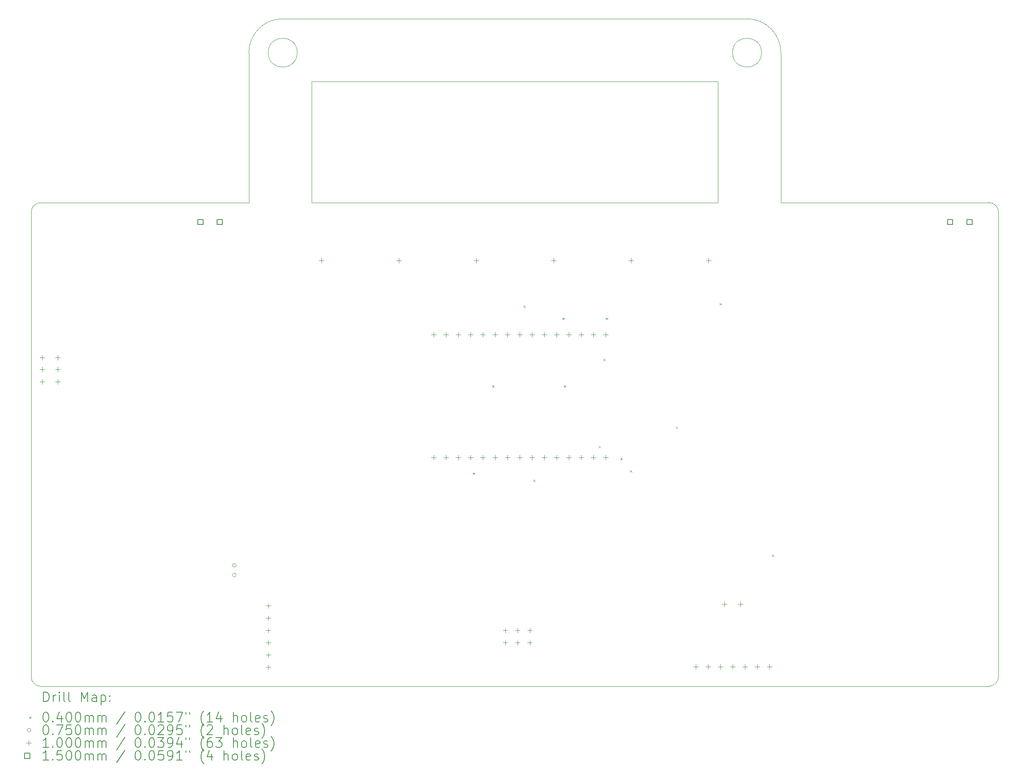
<source format=gbr>
%TF.GenerationSoftware,KiCad,Pcbnew,7.0.9*%
%TF.CreationDate,2024-02-01T20:28:59-08:00*%
%TF.ProjectId,DC32_Cnet_Badge_Main,44433332-5f43-46e6-9574-5f4261646765,rev?*%
%TF.SameCoordinates,Original*%
%TF.FileFunction,Drillmap*%
%TF.FilePolarity,Positive*%
%FSLAX45Y45*%
G04 Gerber Fmt 4.5, Leading zero omitted, Abs format (unit mm)*
G04 Created by KiCad (PCBNEW 7.0.9) date 2024-02-01 20:28:59*
%MOMM*%
%LPD*%
G01*
G04 APERTURE LIST*
%ADD10C,0.100000*%
%ADD11C,0.200000*%
%ADD12C,0.150000*%
G04 APERTURE END LIST*
D10*
X25000000Y-7900000D02*
X25000000Y-15700000D01*
X5000000Y-15700000D02*
G75*
G03*
X5200000Y-15900000I200000J0D01*
G01*
X24800000Y-15900000D02*
X5200000Y-15900000D01*
X20500000Y-2800000D02*
X20500000Y-5900000D01*
X24800000Y-15900000D02*
G75*
G03*
X25000000Y-15700000I0J200000D01*
G01*
X5000000Y-7900000D02*
X5000000Y-15700000D01*
X9500000Y-5900000D02*
X9500000Y-2800000D01*
X20500000Y-2800000D02*
G75*
G03*
X19800000Y-2100000I-700000J0D01*
G01*
X10200000Y-2100000D02*
G75*
G03*
X9500000Y-2800000I0J-700000D01*
G01*
X19200000Y-5900000D02*
X19200000Y-3400000D01*
X5200000Y-5900000D02*
G75*
G03*
X5000000Y-6100000I0J-200000D01*
G01*
X20100000Y-2800000D02*
G75*
G03*
X20100000Y-2800000I-300000J0D01*
G01*
X5000000Y-6100000D02*
X5000000Y-7900000D01*
X10500000Y-2800000D02*
G75*
G03*
X10500000Y-2800000I-300000J0D01*
G01*
X20500000Y-5900000D02*
X24800000Y-5900000D01*
X19800000Y-2100000D02*
X10200000Y-2100000D01*
X25000000Y-6100000D02*
X25000000Y-7900000D01*
X10800000Y-5900000D02*
X10800000Y-3400000D01*
X5200000Y-5900000D02*
X9500000Y-5900000D01*
X10800000Y-3400000D02*
X19200000Y-3400000D01*
X25000000Y-6100000D02*
G75*
G03*
X24800000Y-5900000I-200000J0D01*
G01*
X10800000Y-5900000D02*
X19200000Y-5900000D01*
D11*
D10*
X14130000Y-11480000D02*
X14170000Y-11520000D01*
X14170000Y-11480000D02*
X14130000Y-11520000D01*
X14530000Y-9680000D02*
X14570000Y-9720000D01*
X14570000Y-9680000D02*
X14530000Y-9720000D01*
X15180000Y-8030000D02*
X15220000Y-8070000D01*
X15220000Y-8030000D02*
X15180000Y-8070000D01*
X15380000Y-11630000D02*
X15420000Y-11670000D01*
X15420000Y-11630000D02*
X15380000Y-11670000D01*
X15980000Y-8280000D02*
X16020000Y-8320000D01*
X16020000Y-8280000D02*
X15980000Y-8320000D01*
X16010152Y-9680000D02*
X16050152Y-9720000D01*
X16050152Y-9680000D02*
X16010152Y-9720000D01*
X16730000Y-10930000D02*
X16770000Y-10970000D01*
X16770000Y-10930000D02*
X16730000Y-10970000D01*
X16830000Y-9130000D02*
X16870000Y-9170000D01*
X16870000Y-9130000D02*
X16830000Y-9170000D01*
X16880000Y-8280000D02*
X16920000Y-8320000D01*
X16920000Y-8280000D02*
X16880000Y-8320000D01*
X17180000Y-11180000D02*
X17220000Y-11220000D01*
X17220000Y-11180000D02*
X17180000Y-11220000D01*
X17380000Y-11430000D02*
X17420000Y-11470000D01*
X17420000Y-11430000D02*
X17380000Y-11470000D01*
X18330000Y-10530000D02*
X18370000Y-10570000D01*
X18370000Y-10530000D02*
X18330000Y-10570000D01*
X19230000Y-7980000D02*
X19270000Y-8020000D01*
X19270000Y-7980000D02*
X19230000Y-8020000D01*
X20314900Y-13180000D02*
X20354900Y-13220000D01*
X20354900Y-13180000D02*
X20314900Y-13220000D01*
X9237500Y-13400000D02*
G75*
G03*
X9237500Y-13400000I-37500J0D01*
G01*
X9237500Y-13600000D02*
G75*
G03*
X9237500Y-13600000I-37500J0D01*
G01*
X5230000Y-9050000D02*
X5230000Y-9150000D01*
X5180000Y-9100000D02*
X5280000Y-9100000D01*
X5230000Y-9300000D02*
X5230000Y-9400000D01*
X5180000Y-9350000D02*
X5280000Y-9350000D01*
X5230000Y-9550000D02*
X5230000Y-9650000D01*
X5180000Y-9600000D02*
X5280000Y-9600000D01*
X5550000Y-9050000D02*
X5550000Y-9150000D01*
X5500000Y-9100000D02*
X5600000Y-9100000D01*
X5550000Y-9300000D02*
X5550000Y-9400000D01*
X5500000Y-9350000D02*
X5600000Y-9350000D01*
X5550000Y-9550000D02*
X5550000Y-9650000D01*
X5500000Y-9600000D02*
X5600000Y-9600000D01*
X9900000Y-14188000D02*
X9900000Y-14288000D01*
X9850000Y-14238000D02*
X9950000Y-14238000D01*
X9900000Y-14442000D02*
X9900000Y-14542000D01*
X9850000Y-14492000D02*
X9950000Y-14492000D01*
X9900000Y-14696000D02*
X9900000Y-14796000D01*
X9850000Y-14746000D02*
X9950000Y-14746000D01*
X9900000Y-14950000D02*
X9900000Y-15050000D01*
X9850000Y-15000000D02*
X9950000Y-15000000D01*
X9900000Y-15204000D02*
X9900000Y-15304000D01*
X9850000Y-15254000D02*
X9950000Y-15254000D01*
X9900000Y-15458000D02*
X9900000Y-15558000D01*
X9850000Y-15508000D02*
X9950000Y-15508000D01*
X11000000Y-7050000D02*
X11000000Y-7150000D01*
X10950000Y-7100000D02*
X11050000Y-7100000D01*
X12600000Y-7050000D02*
X12600000Y-7150000D01*
X12550000Y-7100000D02*
X12650000Y-7100000D01*
X13322000Y-8580000D02*
X13322000Y-8680000D01*
X13272000Y-8630000D02*
X13372000Y-8630000D01*
X13322000Y-11120000D02*
X13322000Y-11220000D01*
X13272000Y-11170000D02*
X13372000Y-11170000D01*
X13576000Y-8580000D02*
X13576000Y-8680000D01*
X13526000Y-8630000D02*
X13626000Y-8630000D01*
X13576000Y-11120000D02*
X13576000Y-11220000D01*
X13526000Y-11170000D02*
X13626000Y-11170000D01*
X13830000Y-8580000D02*
X13830000Y-8680000D01*
X13780000Y-8630000D02*
X13880000Y-8630000D01*
X13830000Y-11120000D02*
X13830000Y-11220000D01*
X13780000Y-11170000D02*
X13880000Y-11170000D01*
X14084000Y-8580000D02*
X14084000Y-8680000D01*
X14034000Y-8630000D02*
X14134000Y-8630000D01*
X14084000Y-11120000D02*
X14084000Y-11220000D01*
X14034000Y-11170000D02*
X14134000Y-11170000D01*
X14200000Y-7050000D02*
X14200000Y-7150000D01*
X14150000Y-7100000D02*
X14250000Y-7100000D01*
X14338000Y-8580000D02*
X14338000Y-8680000D01*
X14288000Y-8630000D02*
X14388000Y-8630000D01*
X14338000Y-11120000D02*
X14338000Y-11220000D01*
X14288000Y-11170000D02*
X14388000Y-11170000D01*
X14592000Y-8580000D02*
X14592000Y-8680000D01*
X14542000Y-8630000D02*
X14642000Y-8630000D01*
X14592000Y-11120000D02*
X14592000Y-11220000D01*
X14542000Y-11170000D02*
X14642000Y-11170000D01*
X14800000Y-14696000D02*
X14800000Y-14796000D01*
X14750000Y-14746000D02*
X14850000Y-14746000D01*
X14800000Y-14950000D02*
X14800000Y-15050000D01*
X14750000Y-15000000D02*
X14850000Y-15000000D01*
X14846000Y-8580000D02*
X14846000Y-8680000D01*
X14796000Y-8630000D02*
X14896000Y-8630000D01*
X14846000Y-11120000D02*
X14846000Y-11220000D01*
X14796000Y-11170000D02*
X14896000Y-11170000D01*
X15054000Y-14696000D02*
X15054000Y-14796000D01*
X15004000Y-14746000D02*
X15104000Y-14746000D01*
X15054000Y-14950000D02*
X15054000Y-15050000D01*
X15004000Y-15000000D02*
X15104000Y-15000000D01*
X15100000Y-8580000D02*
X15100000Y-8680000D01*
X15050000Y-8630000D02*
X15150000Y-8630000D01*
X15100000Y-11120000D02*
X15100000Y-11220000D01*
X15050000Y-11170000D02*
X15150000Y-11170000D01*
X15308000Y-14696000D02*
X15308000Y-14796000D01*
X15258000Y-14746000D02*
X15358000Y-14746000D01*
X15308000Y-14950000D02*
X15308000Y-15050000D01*
X15258000Y-15000000D02*
X15358000Y-15000000D01*
X15354000Y-8580000D02*
X15354000Y-8680000D01*
X15304000Y-8630000D02*
X15404000Y-8630000D01*
X15354000Y-11120000D02*
X15354000Y-11220000D01*
X15304000Y-11170000D02*
X15404000Y-11170000D01*
X15608000Y-8580000D02*
X15608000Y-8680000D01*
X15558000Y-8630000D02*
X15658000Y-8630000D01*
X15608000Y-11120000D02*
X15608000Y-11220000D01*
X15558000Y-11170000D02*
X15658000Y-11170000D01*
X15800000Y-7050000D02*
X15800000Y-7150000D01*
X15750000Y-7100000D02*
X15850000Y-7100000D01*
X15862000Y-8580000D02*
X15862000Y-8680000D01*
X15812000Y-8630000D02*
X15912000Y-8630000D01*
X15862000Y-11120000D02*
X15862000Y-11220000D01*
X15812000Y-11170000D02*
X15912000Y-11170000D01*
X16116000Y-8580000D02*
X16116000Y-8680000D01*
X16066000Y-8630000D02*
X16166000Y-8630000D01*
X16116000Y-11120000D02*
X16116000Y-11220000D01*
X16066000Y-11170000D02*
X16166000Y-11170000D01*
X16370000Y-8580000D02*
X16370000Y-8680000D01*
X16320000Y-8630000D02*
X16420000Y-8630000D01*
X16370000Y-11120000D02*
X16370000Y-11220000D01*
X16320000Y-11170000D02*
X16420000Y-11170000D01*
X16624000Y-8580000D02*
X16624000Y-8680000D01*
X16574000Y-8630000D02*
X16674000Y-8630000D01*
X16624000Y-11120000D02*
X16624000Y-11220000D01*
X16574000Y-11170000D02*
X16674000Y-11170000D01*
X16878000Y-8580000D02*
X16878000Y-8680000D01*
X16828000Y-8630000D02*
X16928000Y-8630000D01*
X16878000Y-11120000D02*
X16878000Y-11220000D01*
X16828000Y-11170000D02*
X16928000Y-11170000D01*
X17400000Y-7050000D02*
X17400000Y-7150000D01*
X17350000Y-7100000D02*
X17450000Y-7100000D01*
X18738000Y-15448500D02*
X18738000Y-15548500D01*
X18688000Y-15498500D02*
X18788000Y-15498500D01*
X18992000Y-15448500D02*
X18992000Y-15548500D01*
X18942000Y-15498500D02*
X19042000Y-15498500D01*
X19000000Y-7050000D02*
X19000000Y-7150000D01*
X18950000Y-7100000D02*
X19050000Y-7100000D01*
X19246000Y-15448500D02*
X19246000Y-15548500D01*
X19196000Y-15498500D02*
X19296000Y-15498500D01*
X19334900Y-14150000D02*
X19334900Y-14250000D01*
X19284900Y-14200000D02*
X19384900Y-14200000D01*
X19500000Y-15448500D02*
X19500000Y-15548500D01*
X19450000Y-15498500D02*
X19550000Y-15498500D01*
X19665100Y-14150000D02*
X19665100Y-14250000D01*
X19615100Y-14200000D02*
X19715100Y-14200000D01*
X19754000Y-15448500D02*
X19754000Y-15548500D01*
X19704000Y-15498500D02*
X19804000Y-15498500D01*
X20008000Y-15448500D02*
X20008000Y-15548500D01*
X19958000Y-15498500D02*
X20058000Y-15498500D01*
X20262000Y-15448500D02*
X20262000Y-15548500D01*
X20212000Y-15498500D02*
X20312000Y-15498500D01*
D12*
X8553034Y-6353033D02*
X8553034Y-6246966D01*
X8446967Y-6246966D01*
X8446967Y-6353033D01*
X8553034Y-6353033D01*
X8953034Y-6353033D02*
X8953034Y-6246966D01*
X8846967Y-6246966D01*
X8846967Y-6353033D01*
X8953034Y-6353033D01*
X24053033Y-6353033D02*
X24053033Y-6246966D01*
X23946966Y-6246966D01*
X23946966Y-6353033D01*
X24053033Y-6353033D01*
X24453033Y-6353033D02*
X24453033Y-6246966D01*
X24346966Y-6246966D01*
X24346966Y-6353033D01*
X24453033Y-6353033D01*
D11*
X5255777Y-16216484D02*
X5255777Y-16016484D01*
X5255777Y-16016484D02*
X5303396Y-16016484D01*
X5303396Y-16016484D02*
X5331967Y-16026008D01*
X5331967Y-16026008D02*
X5351015Y-16045055D01*
X5351015Y-16045055D02*
X5360539Y-16064103D01*
X5360539Y-16064103D02*
X5370063Y-16102198D01*
X5370063Y-16102198D02*
X5370063Y-16130769D01*
X5370063Y-16130769D02*
X5360539Y-16168865D01*
X5360539Y-16168865D02*
X5351015Y-16187912D01*
X5351015Y-16187912D02*
X5331967Y-16206960D01*
X5331967Y-16206960D02*
X5303396Y-16216484D01*
X5303396Y-16216484D02*
X5255777Y-16216484D01*
X5455777Y-16216484D02*
X5455777Y-16083150D01*
X5455777Y-16121246D02*
X5465301Y-16102198D01*
X5465301Y-16102198D02*
X5474824Y-16092674D01*
X5474824Y-16092674D02*
X5493872Y-16083150D01*
X5493872Y-16083150D02*
X5512920Y-16083150D01*
X5579586Y-16216484D02*
X5579586Y-16083150D01*
X5579586Y-16016484D02*
X5570063Y-16026008D01*
X5570063Y-16026008D02*
X5579586Y-16035531D01*
X5579586Y-16035531D02*
X5589110Y-16026008D01*
X5589110Y-16026008D02*
X5579586Y-16016484D01*
X5579586Y-16016484D02*
X5579586Y-16035531D01*
X5703396Y-16216484D02*
X5684348Y-16206960D01*
X5684348Y-16206960D02*
X5674824Y-16187912D01*
X5674824Y-16187912D02*
X5674824Y-16016484D01*
X5808158Y-16216484D02*
X5789110Y-16206960D01*
X5789110Y-16206960D02*
X5779586Y-16187912D01*
X5779586Y-16187912D02*
X5779586Y-16016484D01*
X6036729Y-16216484D02*
X6036729Y-16016484D01*
X6036729Y-16016484D02*
X6103396Y-16159341D01*
X6103396Y-16159341D02*
X6170062Y-16016484D01*
X6170062Y-16016484D02*
X6170062Y-16216484D01*
X6351015Y-16216484D02*
X6351015Y-16111722D01*
X6351015Y-16111722D02*
X6341491Y-16092674D01*
X6341491Y-16092674D02*
X6322443Y-16083150D01*
X6322443Y-16083150D02*
X6284348Y-16083150D01*
X6284348Y-16083150D02*
X6265301Y-16092674D01*
X6351015Y-16206960D02*
X6331967Y-16216484D01*
X6331967Y-16216484D02*
X6284348Y-16216484D01*
X6284348Y-16216484D02*
X6265301Y-16206960D01*
X6265301Y-16206960D02*
X6255777Y-16187912D01*
X6255777Y-16187912D02*
X6255777Y-16168865D01*
X6255777Y-16168865D02*
X6265301Y-16149817D01*
X6265301Y-16149817D02*
X6284348Y-16140293D01*
X6284348Y-16140293D02*
X6331967Y-16140293D01*
X6331967Y-16140293D02*
X6351015Y-16130769D01*
X6446253Y-16083150D02*
X6446253Y-16283150D01*
X6446253Y-16092674D02*
X6465301Y-16083150D01*
X6465301Y-16083150D02*
X6503396Y-16083150D01*
X6503396Y-16083150D02*
X6522443Y-16092674D01*
X6522443Y-16092674D02*
X6531967Y-16102198D01*
X6531967Y-16102198D02*
X6541491Y-16121246D01*
X6541491Y-16121246D02*
X6541491Y-16178388D01*
X6541491Y-16178388D02*
X6531967Y-16197436D01*
X6531967Y-16197436D02*
X6522443Y-16206960D01*
X6522443Y-16206960D02*
X6503396Y-16216484D01*
X6503396Y-16216484D02*
X6465301Y-16216484D01*
X6465301Y-16216484D02*
X6446253Y-16206960D01*
X6627205Y-16197436D02*
X6636729Y-16206960D01*
X6636729Y-16206960D02*
X6627205Y-16216484D01*
X6627205Y-16216484D02*
X6617682Y-16206960D01*
X6617682Y-16206960D02*
X6627205Y-16197436D01*
X6627205Y-16197436D02*
X6627205Y-16216484D01*
X6627205Y-16092674D02*
X6636729Y-16102198D01*
X6636729Y-16102198D02*
X6627205Y-16111722D01*
X6627205Y-16111722D02*
X6617682Y-16102198D01*
X6617682Y-16102198D02*
X6627205Y-16092674D01*
X6627205Y-16092674D02*
X6627205Y-16111722D01*
D10*
X4955000Y-16525000D02*
X4995000Y-16565000D01*
X4995000Y-16525000D02*
X4955000Y-16565000D01*
D11*
X5293872Y-16436484D02*
X5312920Y-16436484D01*
X5312920Y-16436484D02*
X5331967Y-16446008D01*
X5331967Y-16446008D02*
X5341491Y-16455531D01*
X5341491Y-16455531D02*
X5351015Y-16474579D01*
X5351015Y-16474579D02*
X5360539Y-16512674D01*
X5360539Y-16512674D02*
X5360539Y-16560293D01*
X5360539Y-16560293D02*
X5351015Y-16598388D01*
X5351015Y-16598388D02*
X5341491Y-16617436D01*
X5341491Y-16617436D02*
X5331967Y-16626960D01*
X5331967Y-16626960D02*
X5312920Y-16636484D01*
X5312920Y-16636484D02*
X5293872Y-16636484D01*
X5293872Y-16636484D02*
X5274824Y-16626960D01*
X5274824Y-16626960D02*
X5265301Y-16617436D01*
X5265301Y-16617436D02*
X5255777Y-16598388D01*
X5255777Y-16598388D02*
X5246253Y-16560293D01*
X5246253Y-16560293D02*
X5246253Y-16512674D01*
X5246253Y-16512674D02*
X5255777Y-16474579D01*
X5255777Y-16474579D02*
X5265301Y-16455531D01*
X5265301Y-16455531D02*
X5274824Y-16446008D01*
X5274824Y-16446008D02*
X5293872Y-16436484D01*
X5446253Y-16617436D02*
X5455777Y-16626960D01*
X5455777Y-16626960D02*
X5446253Y-16636484D01*
X5446253Y-16636484D02*
X5436729Y-16626960D01*
X5436729Y-16626960D02*
X5446253Y-16617436D01*
X5446253Y-16617436D02*
X5446253Y-16636484D01*
X5627205Y-16503150D02*
X5627205Y-16636484D01*
X5579586Y-16426960D02*
X5531967Y-16569817D01*
X5531967Y-16569817D02*
X5655777Y-16569817D01*
X5770062Y-16436484D02*
X5789110Y-16436484D01*
X5789110Y-16436484D02*
X5808158Y-16446008D01*
X5808158Y-16446008D02*
X5817682Y-16455531D01*
X5817682Y-16455531D02*
X5827205Y-16474579D01*
X5827205Y-16474579D02*
X5836729Y-16512674D01*
X5836729Y-16512674D02*
X5836729Y-16560293D01*
X5836729Y-16560293D02*
X5827205Y-16598388D01*
X5827205Y-16598388D02*
X5817682Y-16617436D01*
X5817682Y-16617436D02*
X5808158Y-16626960D01*
X5808158Y-16626960D02*
X5789110Y-16636484D01*
X5789110Y-16636484D02*
X5770062Y-16636484D01*
X5770062Y-16636484D02*
X5751015Y-16626960D01*
X5751015Y-16626960D02*
X5741491Y-16617436D01*
X5741491Y-16617436D02*
X5731967Y-16598388D01*
X5731967Y-16598388D02*
X5722443Y-16560293D01*
X5722443Y-16560293D02*
X5722443Y-16512674D01*
X5722443Y-16512674D02*
X5731967Y-16474579D01*
X5731967Y-16474579D02*
X5741491Y-16455531D01*
X5741491Y-16455531D02*
X5751015Y-16446008D01*
X5751015Y-16446008D02*
X5770062Y-16436484D01*
X5960539Y-16436484D02*
X5979586Y-16436484D01*
X5979586Y-16436484D02*
X5998634Y-16446008D01*
X5998634Y-16446008D02*
X6008158Y-16455531D01*
X6008158Y-16455531D02*
X6017682Y-16474579D01*
X6017682Y-16474579D02*
X6027205Y-16512674D01*
X6027205Y-16512674D02*
X6027205Y-16560293D01*
X6027205Y-16560293D02*
X6017682Y-16598388D01*
X6017682Y-16598388D02*
X6008158Y-16617436D01*
X6008158Y-16617436D02*
X5998634Y-16626960D01*
X5998634Y-16626960D02*
X5979586Y-16636484D01*
X5979586Y-16636484D02*
X5960539Y-16636484D01*
X5960539Y-16636484D02*
X5941491Y-16626960D01*
X5941491Y-16626960D02*
X5931967Y-16617436D01*
X5931967Y-16617436D02*
X5922443Y-16598388D01*
X5922443Y-16598388D02*
X5912920Y-16560293D01*
X5912920Y-16560293D02*
X5912920Y-16512674D01*
X5912920Y-16512674D02*
X5922443Y-16474579D01*
X5922443Y-16474579D02*
X5931967Y-16455531D01*
X5931967Y-16455531D02*
X5941491Y-16446008D01*
X5941491Y-16446008D02*
X5960539Y-16436484D01*
X6112920Y-16636484D02*
X6112920Y-16503150D01*
X6112920Y-16522198D02*
X6122443Y-16512674D01*
X6122443Y-16512674D02*
X6141491Y-16503150D01*
X6141491Y-16503150D02*
X6170063Y-16503150D01*
X6170063Y-16503150D02*
X6189110Y-16512674D01*
X6189110Y-16512674D02*
X6198634Y-16531722D01*
X6198634Y-16531722D02*
X6198634Y-16636484D01*
X6198634Y-16531722D02*
X6208158Y-16512674D01*
X6208158Y-16512674D02*
X6227205Y-16503150D01*
X6227205Y-16503150D02*
X6255777Y-16503150D01*
X6255777Y-16503150D02*
X6274824Y-16512674D01*
X6274824Y-16512674D02*
X6284348Y-16531722D01*
X6284348Y-16531722D02*
X6284348Y-16636484D01*
X6379586Y-16636484D02*
X6379586Y-16503150D01*
X6379586Y-16522198D02*
X6389110Y-16512674D01*
X6389110Y-16512674D02*
X6408158Y-16503150D01*
X6408158Y-16503150D02*
X6436729Y-16503150D01*
X6436729Y-16503150D02*
X6455777Y-16512674D01*
X6455777Y-16512674D02*
X6465301Y-16531722D01*
X6465301Y-16531722D02*
X6465301Y-16636484D01*
X6465301Y-16531722D02*
X6474824Y-16512674D01*
X6474824Y-16512674D02*
X6493872Y-16503150D01*
X6493872Y-16503150D02*
X6522443Y-16503150D01*
X6522443Y-16503150D02*
X6541491Y-16512674D01*
X6541491Y-16512674D02*
X6551015Y-16531722D01*
X6551015Y-16531722D02*
X6551015Y-16636484D01*
X6941491Y-16426960D02*
X6770063Y-16684103D01*
X7198634Y-16436484D02*
X7217682Y-16436484D01*
X7217682Y-16436484D02*
X7236729Y-16446008D01*
X7236729Y-16446008D02*
X7246253Y-16455531D01*
X7246253Y-16455531D02*
X7255777Y-16474579D01*
X7255777Y-16474579D02*
X7265301Y-16512674D01*
X7265301Y-16512674D02*
X7265301Y-16560293D01*
X7265301Y-16560293D02*
X7255777Y-16598388D01*
X7255777Y-16598388D02*
X7246253Y-16617436D01*
X7246253Y-16617436D02*
X7236729Y-16626960D01*
X7236729Y-16626960D02*
X7217682Y-16636484D01*
X7217682Y-16636484D02*
X7198634Y-16636484D01*
X7198634Y-16636484D02*
X7179586Y-16626960D01*
X7179586Y-16626960D02*
X7170063Y-16617436D01*
X7170063Y-16617436D02*
X7160539Y-16598388D01*
X7160539Y-16598388D02*
X7151015Y-16560293D01*
X7151015Y-16560293D02*
X7151015Y-16512674D01*
X7151015Y-16512674D02*
X7160539Y-16474579D01*
X7160539Y-16474579D02*
X7170063Y-16455531D01*
X7170063Y-16455531D02*
X7179586Y-16446008D01*
X7179586Y-16446008D02*
X7198634Y-16436484D01*
X7351015Y-16617436D02*
X7360539Y-16626960D01*
X7360539Y-16626960D02*
X7351015Y-16636484D01*
X7351015Y-16636484D02*
X7341491Y-16626960D01*
X7341491Y-16626960D02*
X7351015Y-16617436D01*
X7351015Y-16617436D02*
X7351015Y-16636484D01*
X7484348Y-16436484D02*
X7503396Y-16436484D01*
X7503396Y-16436484D02*
X7522444Y-16446008D01*
X7522444Y-16446008D02*
X7531967Y-16455531D01*
X7531967Y-16455531D02*
X7541491Y-16474579D01*
X7541491Y-16474579D02*
X7551015Y-16512674D01*
X7551015Y-16512674D02*
X7551015Y-16560293D01*
X7551015Y-16560293D02*
X7541491Y-16598388D01*
X7541491Y-16598388D02*
X7531967Y-16617436D01*
X7531967Y-16617436D02*
X7522444Y-16626960D01*
X7522444Y-16626960D02*
X7503396Y-16636484D01*
X7503396Y-16636484D02*
X7484348Y-16636484D01*
X7484348Y-16636484D02*
X7465301Y-16626960D01*
X7465301Y-16626960D02*
X7455777Y-16617436D01*
X7455777Y-16617436D02*
X7446253Y-16598388D01*
X7446253Y-16598388D02*
X7436729Y-16560293D01*
X7436729Y-16560293D02*
X7436729Y-16512674D01*
X7436729Y-16512674D02*
X7446253Y-16474579D01*
X7446253Y-16474579D02*
X7455777Y-16455531D01*
X7455777Y-16455531D02*
X7465301Y-16446008D01*
X7465301Y-16446008D02*
X7484348Y-16436484D01*
X7741491Y-16636484D02*
X7627206Y-16636484D01*
X7684348Y-16636484D02*
X7684348Y-16436484D01*
X7684348Y-16436484D02*
X7665301Y-16465055D01*
X7665301Y-16465055D02*
X7646253Y-16484103D01*
X7646253Y-16484103D02*
X7627206Y-16493627D01*
X7922444Y-16436484D02*
X7827206Y-16436484D01*
X7827206Y-16436484D02*
X7817682Y-16531722D01*
X7817682Y-16531722D02*
X7827206Y-16522198D01*
X7827206Y-16522198D02*
X7846253Y-16512674D01*
X7846253Y-16512674D02*
X7893872Y-16512674D01*
X7893872Y-16512674D02*
X7912920Y-16522198D01*
X7912920Y-16522198D02*
X7922444Y-16531722D01*
X7922444Y-16531722D02*
X7931967Y-16550769D01*
X7931967Y-16550769D02*
X7931967Y-16598388D01*
X7931967Y-16598388D02*
X7922444Y-16617436D01*
X7922444Y-16617436D02*
X7912920Y-16626960D01*
X7912920Y-16626960D02*
X7893872Y-16636484D01*
X7893872Y-16636484D02*
X7846253Y-16636484D01*
X7846253Y-16636484D02*
X7827206Y-16626960D01*
X7827206Y-16626960D02*
X7817682Y-16617436D01*
X7998634Y-16436484D02*
X8131967Y-16436484D01*
X8131967Y-16436484D02*
X8046253Y-16636484D01*
X8198634Y-16436484D02*
X8198634Y-16474579D01*
X8274825Y-16436484D02*
X8274825Y-16474579D01*
X8570063Y-16712674D02*
X8560539Y-16703150D01*
X8560539Y-16703150D02*
X8541491Y-16674579D01*
X8541491Y-16674579D02*
X8531968Y-16655531D01*
X8531968Y-16655531D02*
X8522444Y-16626960D01*
X8522444Y-16626960D02*
X8512920Y-16579341D01*
X8512920Y-16579341D02*
X8512920Y-16541246D01*
X8512920Y-16541246D02*
X8522444Y-16493627D01*
X8522444Y-16493627D02*
X8531968Y-16465055D01*
X8531968Y-16465055D02*
X8541491Y-16446008D01*
X8541491Y-16446008D02*
X8560539Y-16417436D01*
X8560539Y-16417436D02*
X8570063Y-16407912D01*
X8751015Y-16636484D02*
X8636730Y-16636484D01*
X8693872Y-16636484D02*
X8693872Y-16436484D01*
X8693872Y-16436484D02*
X8674825Y-16465055D01*
X8674825Y-16465055D02*
X8655777Y-16484103D01*
X8655777Y-16484103D02*
X8636730Y-16493627D01*
X8922444Y-16503150D02*
X8922444Y-16636484D01*
X8874825Y-16426960D02*
X8827206Y-16569817D01*
X8827206Y-16569817D02*
X8951015Y-16569817D01*
X9179587Y-16636484D02*
X9179587Y-16436484D01*
X9265301Y-16636484D02*
X9265301Y-16531722D01*
X9265301Y-16531722D02*
X9255777Y-16512674D01*
X9255777Y-16512674D02*
X9236730Y-16503150D01*
X9236730Y-16503150D02*
X9208158Y-16503150D01*
X9208158Y-16503150D02*
X9189111Y-16512674D01*
X9189111Y-16512674D02*
X9179587Y-16522198D01*
X9389111Y-16636484D02*
X9370063Y-16626960D01*
X9370063Y-16626960D02*
X9360539Y-16617436D01*
X9360539Y-16617436D02*
X9351015Y-16598388D01*
X9351015Y-16598388D02*
X9351015Y-16541246D01*
X9351015Y-16541246D02*
X9360539Y-16522198D01*
X9360539Y-16522198D02*
X9370063Y-16512674D01*
X9370063Y-16512674D02*
X9389111Y-16503150D01*
X9389111Y-16503150D02*
X9417682Y-16503150D01*
X9417682Y-16503150D02*
X9436730Y-16512674D01*
X9436730Y-16512674D02*
X9446253Y-16522198D01*
X9446253Y-16522198D02*
X9455777Y-16541246D01*
X9455777Y-16541246D02*
X9455777Y-16598388D01*
X9455777Y-16598388D02*
X9446253Y-16617436D01*
X9446253Y-16617436D02*
X9436730Y-16626960D01*
X9436730Y-16626960D02*
X9417682Y-16636484D01*
X9417682Y-16636484D02*
X9389111Y-16636484D01*
X9570063Y-16636484D02*
X9551015Y-16626960D01*
X9551015Y-16626960D02*
X9541492Y-16607912D01*
X9541492Y-16607912D02*
X9541492Y-16436484D01*
X9722444Y-16626960D02*
X9703396Y-16636484D01*
X9703396Y-16636484D02*
X9665301Y-16636484D01*
X9665301Y-16636484D02*
X9646253Y-16626960D01*
X9646253Y-16626960D02*
X9636730Y-16607912D01*
X9636730Y-16607912D02*
X9636730Y-16531722D01*
X9636730Y-16531722D02*
X9646253Y-16512674D01*
X9646253Y-16512674D02*
X9665301Y-16503150D01*
X9665301Y-16503150D02*
X9703396Y-16503150D01*
X9703396Y-16503150D02*
X9722444Y-16512674D01*
X9722444Y-16512674D02*
X9731968Y-16531722D01*
X9731968Y-16531722D02*
X9731968Y-16550769D01*
X9731968Y-16550769D02*
X9636730Y-16569817D01*
X9808158Y-16626960D02*
X9827206Y-16636484D01*
X9827206Y-16636484D02*
X9865301Y-16636484D01*
X9865301Y-16636484D02*
X9884349Y-16626960D01*
X9884349Y-16626960D02*
X9893873Y-16607912D01*
X9893873Y-16607912D02*
X9893873Y-16598388D01*
X9893873Y-16598388D02*
X9884349Y-16579341D01*
X9884349Y-16579341D02*
X9865301Y-16569817D01*
X9865301Y-16569817D02*
X9836730Y-16569817D01*
X9836730Y-16569817D02*
X9817682Y-16560293D01*
X9817682Y-16560293D02*
X9808158Y-16541246D01*
X9808158Y-16541246D02*
X9808158Y-16531722D01*
X9808158Y-16531722D02*
X9817682Y-16512674D01*
X9817682Y-16512674D02*
X9836730Y-16503150D01*
X9836730Y-16503150D02*
X9865301Y-16503150D01*
X9865301Y-16503150D02*
X9884349Y-16512674D01*
X9960539Y-16712674D02*
X9970063Y-16703150D01*
X9970063Y-16703150D02*
X9989111Y-16674579D01*
X9989111Y-16674579D02*
X9998634Y-16655531D01*
X9998634Y-16655531D02*
X10008158Y-16626960D01*
X10008158Y-16626960D02*
X10017682Y-16579341D01*
X10017682Y-16579341D02*
X10017682Y-16541246D01*
X10017682Y-16541246D02*
X10008158Y-16493627D01*
X10008158Y-16493627D02*
X9998634Y-16465055D01*
X9998634Y-16465055D02*
X9989111Y-16446008D01*
X9989111Y-16446008D02*
X9970063Y-16417436D01*
X9970063Y-16417436D02*
X9960539Y-16407912D01*
D10*
X4995000Y-16809000D02*
G75*
G03*
X4995000Y-16809000I-37500J0D01*
G01*
D11*
X5293872Y-16700484D02*
X5312920Y-16700484D01*
X5312920Y-16700484D02*
X5331967Y-16710008D01*
X5331967Y-16710008D02*
X5341491Y-16719531D01*
X5341491Y-16719531D02*
X5351015Y-16738579D01*
X5351015Y-16738579D02*
X5360539Y-16776674D01*
X5360539Y-16776674D02*
X5360539Y-16824293D01*
X5360539Y-16824293D02*
X5351015Y-16862389D01*
X5351015Y-16862389D02*
X5341491Y-16881436D01*
X5341491Y-16881436D02*
X5331967Y-16890960D01*
X5331967Y-16890960D02*
X5312920Y-16900484D01*
X5312920Y-16900484D02*
X5293872Y-16900484D01*
X5293872Y-16900484D02*
X5274824Y-16890960D01*
X5274824Y-16890960D02*
X5265301Y-16881436D01*
X5265301Y-16881436D02*
X5255777Y-16862389D01*
X5255777Y-16862389D02*
X5246253Y-16824293D01*
X5246253Y-16824293D02*
X5246253Y-16776674D01*
X5246253Y-16776674D02*
X5255777Y-16738579D01*
X5255777Y-16738579D02*
X5265301Y-16719531D01*
X5265301Y-16719531D02*
X5274824Y-16710008D01*
X5274824Y-16710008D02*
X5293872Y-16700484D01*
X5446253Y-16881436D02*
X5455777Y-16890960D01*
X5455777Y-16890960D02*
X5446253Y-16900484D01*
X5446253Y-16900484D02*
X5436729Y-16890960D01*
X5436729Y-16890960D02*
X5446253Y-16881436D01*
X5446253Y-16881436D02*
X5446253Y-16900484D01*
X5522444Y-16700484D02*
X5655777Y-16700484D01*
X5655777Y-16700484D02*
X5570063Y-16900484D01*
X5827205Y-16700484D02*
X5731967Y-16700484D01*
X5731967Y-16700484D02*
X5722443Y-16795722D01*
X5722443Y-16795722D02*
X5731967Y-16786198D01*
X5731967Y-16786198D02*
X5751015Y-16776674D01*
X5751015Y-16776674D02*
X5798634Y-16776674D01*
X5798634Y-16776674D02*
X5817682Y-16786198D01*
X5817682Y-16786198D02*
X5827205Y-16795722D01*
X5827205Y-16795722D02*
X5836729Y-16814770D01*
X5836729Y-16814770D02*
X5836729Y-16862389D01*
X5836729Y-16862389D02*
X5827205Y-16881436D01*
X5827205Y-16881436D02*
X5817682Y-16890960D01*
X5817682Y-16890960D02*
X5798634Y-16900484D01*
X5798634Y-16900484D02*
X5751015Y-16900484D01*
X5751015Y-16900484D02*
X5731967Y-16890960D01*
X5731967Y-16890960D02*
X5722443Y-16881436D01*
X5960539Y-16700484D02*
X5979586Y-16700484D01*
X5979586Y-16700484D02*
X5998634Y-16710008D01*
X5998634Y-16710008D02*
X6008158Y-16719531D01*
X6008158Y-16719531D02*
X6017682Y-16738579D01*
X6017682Y-16738579D02*
X6027205Y-16776674D01*
X6027205Y-16776674D02*
X6027205Y-16824293D01*
X6027205Y-16824293D02*
X6017682Y-16862389D01*
X6017682Y-16862389D02*
X6008158Y-16881436D01*
X6008158Y-16881436D02*
X5998634Y-16890960D01*
X5998634Y-16890960D02*
X5979586Y-16900484D01*
X5979586Y-16900484D02*
X5960539Y-16900484D01*
X5960539Y-16900484D02*
X5941491Y-16890960D01*
X5941491Y-16890960D02*
X5931967Y-16881436D01*
X5931967Y-16881436D02*
X5922443Y-16862389D01*
X5922443Y-16862389D02*
X5912920Y-16824293D01*
X5912920Y-16824293D02*
X5912920Y-16776674D01*
X5912920Y-16776674D02*
X5922443Y-16738579D01*
X5922443Y-16738579D02*
X5931967Y-16719531D01*
X5931967Y-16719531D02*
X5941491Y-16710008D01*
X5941491Y-16710008D02*
X5960539Y-16700484D01*
X6112920Y-16900484D02*
X6112920Y-16767150D01*
X6112920Y-16786198D02*
X6122443Y-16776674D01*
X6122443Y-16776674D02*
X6141491Y-16767150D01*
X6141491Y-16767150D02*
X6170063Y-16767150D01*
X6170063Y-16767150D02*
X6189110Y-16776674D01*
X6189110Y-16776674D02*
X6198634Y-16795722D01*
X6198634Y-16795722D02*
X6198634Y-16900484D01*
X6198634Y-16795722D02*
X6208158Y-16776674D01*
X6208158Y-16776674D02*
X6227205Y-16767150D01*
X6227205Y-16767150D02*
X6255777Y-16767150D01*
X6255777Y-16767150D02*
X6274824Y-16776674D01*
X6274824Y-16776674D02*
X6284348Y-16795722D01*
X6284348Y-16795722D02*
X6284348Y-16900484D01*
X6379586Y-16900484D02*
X6379586Y-16767150D01*
X6379586Y-16786198D02*
X6389110Y-16776674D01*
X6389110Y-16776674D02*
X6408158Y-16767150D01*
X6408158Y-16767150D02*
X6436729Y-16767150D01*
X6436729Y-16767150D02*
X6455777Y-16776674D01*
X6455777Y-16776674D02*
X6465301Y-16795722D01*
X6465301Y-16795722D02*
X6465301Y-16900484D01*
X6465301Y-16795722D02*
X6474824Y-16776674D01*
X6474824Y-16776674D02*
X6493872Y-16767150D01*
X6493872Y-16767150D02*
X6522443Y-16767150D01*
X6522443Y-16767150D02*
X6541491Y-16776674D01*
X6541491Y-16776674D02*
X6551015Y-16795722D01*
X6551015Y-16795722D02*
X6551015Y-16900484D01*
X6941491Y-16690960D02*
X6770063Y-16948103D01*
X7198634Y-16700484D02*
X7217682Y-16700484D01*
X7217682Y-16700484D02*
X7236729Y-16710008D01*
X7236729Y-16710008D02*
X7246253Y-16719531D01*
X7246253Y-16719531D02*
X7255777Y-16738579D01*
X7255777Y-16738579D02*
X7265301Y-16776674D01*
X7265301Y-16776674D02*
X7265301Y-16824293D01*
X7265301Y-16824293D02*
X7255777Y-16862389D01*
X7255777Y-16862389D02*
X7246253Y-16881436D01*
X7246253Y-16881436D02*
X7236729Y-16890960D01*
X7236729Y-16890960D02*
X7217682Y-16900484D01*
X7217682Y-16900484D02*
X7198634Y-16900484D01*
X7198634Y-16900484D02*
X7179586Y-16890960D01*
X7179586Y-16890960D02*
X7170063Y-16881436D01*
X7170063Y-16881436D02*
X7160539Y-16862389D01*
X7160539Y-16862389D02*
X7151015Y-16824293D01*
X7151015Y-16824293D02*
X7151015Y-16776674D01*
X7151015Y-16776674D02*
X7160539Y-16738579D01*
X7160539Y-16738579D02*
X7170063Y-16719531D01*
X7170063Y-16719531D02*
X7179586Y-16710008D01*
X7179586Y-16710008D02*
X7198634Y-16700484D01*
X7351015Y-16881436D02*
X7360539Y-16890960D01*
X7360539Y-16890960D02*
X7351015Y-16900484D01*
X7351015Y-16900484D02*
X7341491Y-16890960D01*
X7341491Y-16890960D02*
X7351015Y-16881436D01*
X7351015Y-16881436D02*
X7351015Y-16900484D01*
X7484348Y-16700484D02*
X7503396Y-16700484D01*
X7503396Y-16700484D02*
X7522444Y-16710008D01*
X7522444Y-16710008D02*
X7531967Y-16719531D01*
X7531967Y-16719531D02*
X7541491Y-16738579D01*
X7541491Y-16738579D02*
X7551015Y-16776674D01*
X7551015Y-16776674D02*
X7551015Y-16824293D01*
X7551015Y-16824293D02*
X7541491Y-16862389D01*
X7541491Y-16862389D02*
X7531967Y-16881436D01*
X7531967Y-16881436D02*
X7522444Y-16890960D01*
X7522444Y-16890960D02*
X7503396Y-16900484D01*
X7503396Y-16900484D02*
X7484348Y-16900484D01*
X7484348Y-16900484D02*
X7465301Y-16890960D01*
X7465301Y-16890960D02*
X7455777Y-16881436D01*
X7455777Y-16881436D02*
X7446253Y-16862389D01*
X7446253Y-16862389D02*
X7436729Y-16824293D01*
X7436729Y-16824293D02*
X7436729Y-16776674D01*
X7436729Y-16776674D02*
X7446253Y-16738579D01*
X7446253Y-16738579D02*
X7455777Y-16719531D01*
X7455777Y-16719531D02*
X7465301Y-16710008D01*
X7465301Y-16710008D02*
X7484348Y-16700484D01*
X7627206Y-16719531D02*
X7636729Y-16710008D01*
X7636729Y-16710008D02*
X7655777Y-16700484D01*
X7655777Y-16700484D02*
X7703396Y-16700484D01*
X7703396Y-16700484D02*
X7722444Y-16710008D01*
X7722444Y-16710008D02*
X7731967Y-16719531D01*
X7731967Y-16719531D02*
X7741491Y-16738579D01*
X7741491Y-16738579D02*
X7741491Y-16757627D01*
X7741491Y-16757627D02*
X7731967Y-16786198D01*
X7731967Y-16786198D02*
X7617682Y-16900484D01*
X7617682Y-16900484D02*
X7741491Y-16900484D01*
X7836729Y-16900484D02*
X7874825Y-16900484D01*
X7874825Y-16900484D02*
X7893872Y-16890960D01*
X7893872Y-16890960D02*
X7903396Y-16881436D01*
X7903396Y-16881436D02*
X7922444Y-16852865D01*
X7922444Y-16852865D02*
X7931967Y-16814770D01*
X7931967Y-16814770D02*
X7931967Y-16738579D01*
X7931967Y-16738579D02*
X7922444Y-16719531D01*
X7922444Y-16719531D02*
X7912920Y-16710008D01*
X7912920Y-16710008D02*
X7893872Y-16700484D01*
X7893872Y-16700484D02*
X7855777Y-16700484D01*
X7855777Y-16700484D02*
X7836729Y-16710008D01*
X7836729Y-16710008D02*
X7827206Y-16719531D01*
X7827206Y-16719531D02*
X7817682Y-16738579D01*
X7817682Y-16738579D02*
X7817682Y-16786198D01*
X7817682Y-16786198D02*
X7827206Y-16805246D01*
X7827206Y-16805246D02*
X7836729Y-16814770D01*
X7836729Y-16814770D02*
X7855777Y-16824293D01*
X7855777Y-16824293D02*
X7893872Y-16824293D01*
X7893872Y-16824293D02*
X7912920Y-16814770D01*
X7912920Y-16814770D02*
X7922444Y-16805246D01*
X7922444Y-16805246D02*
X7931967Y-16786198D01*
X8112920Y-16700484D02*
X8017682Y-16700484D01*
X8017682Y-16700484D02*
X8008158Y-16795722D01*
X8008158Y-16795722D02*
X8017682Y-16786198D01*
X8017682Y-16786198D02*
X8036729Y-16776674D01*
X8036729Y-16776674D02*
X8084348Y-16776674D01*
X8084348Y-16776674D02*
X8103396Y-16786198D01*
X8103396Y-16786198D02*
X8112920Y-16795722D01*
X8112920Y-16795722D02*
X8122444Y-16814770D01*
X8122444Y-16814770D02*
X8122444Y-16862389D01*
X8122444Y-16862389D02*
X8112920Y-16881436D01*
X8112920Y-16881436D02*
X8103396Y-16890960D01*
X8103396Y-16890960D02*
X8084348Y-16900484D01*
X8084348Y-16900484D02*
X8036729Y-16900484D01*
X8036729Y-16900484D02*
X8017682Y-16890960D01*
X8017682Y-16890960D02*
X8008158Y-16881436D01*
X8198634Y-16700484D02*
X8198634Y-16738579D01*
X8274825Y-16700484D02*
X8274825Y-16738579D01*
X8570063Y-16976674D02*
X8560539Y-16967150D01*
X8560539Y-16967150D02*
X8541491Y-16938579D01*
X8541491Y-16938579D02*
X8531968Y-16919531D01*
X8531968Y-16919531D02*
X8522444Y-16890960D01*
X8522444Y-16890960D02*
X8512920Y-16843341D01*
X8512920Y-16843341D02*
X8512920Y-16805246D01*
X8512920Y-16805246D02*
X8522444Y-16757627D01*
X8522444Y-16757627D02*
X8531968Y-16729055D01*
X8531968Y-16729055D02*
X8541491Y-16710008D01*
X8541491Y-16710008D02*
X8560539Y-16681436D01*
X8560539Y-16681436D02*
X8570063Y-16671912D01*
X8636730Y-16719531D02*
X8646253Y-16710008D01*
X8646253Y-16710008D02*
X8665301Y-16700484D01*
X8665301Y-16700484D02*
X8712920Y-16700484D01*
X8712920Y-16700484D02*
X8731968Y-16710008D01*
X8731968Y-16710008D02*
X8741491Y-16719531D01*
X8741491Y-16719531D02*
X8751015Y-16738579D01*
X8751015Y-16738579D02*
X8751015Y-16757627D01*
X8751015Y-16757627D02*
X8741491Y-16786198D01*
X8741491Y-16786198D02*
X8627206Y-16900484D01*
X8627206Y-16900484D02*
X8751015Y-16900484D01*
X8989111Y-16900484D02*
X8989111Y-16700484D01*
X9074825Y-16900484D02*
X9074825Y-16795722D01*
X9074825Y-16795722D02*
X9065301Y-16776674D01*
X9065301Y-16776674D02*
X9046253Y-16767150D01*
X9046253Y-16767150D02*
X9017682Y-16767150D01*
X9017682Y-16767150D02*
X8998634Y-16776674D01*
X8998634Y-16776674D02*
X8989111Y-16786198D01*
X9198634Y-16900484D02*
X9179587Y-16890960D01*
X9179587Y-16890960D02*
X9170063Y-16881436D01*
X9170063Y-16881436D02*
X9160539Y-16862389D01*
X9160539Y-16862389D02*
X9160539Y-16805246D01*
X9160539Y-16805246D02*
X9170063Y-16786198D01*
X9170063Y-16786198D02*
X9179587Y-16776674D01*
X9179587Y-16776674D02*
X9198634Y-16767150D01*
X9198634Y-16767150D02*
X9227206Y-16767150D01*
X9227206Y-16767150D02*
X9246253Y-16776674D01*
X9246253Y-16776674D02*
X9255777Y-16786198D01*
X9255777Y-16786198D02*
X9265301Y-16805246D01*
X9265301Y-16805246D02*
X9265301Y-16862389D01*
X9265301Y-16862389D02*
X9255777Y-16881436D01*
X9255777Y-16881436D02*
X9246253Y-16890960D01*
X9246253Y-16890960D02*
X9227206Y-16900484D01*
X9227206Y-16900484D02*
X9198634Y-16900484D01*
X9379587Y-16900484D02*
X9360539Y-16890960D01*
X9360539Y-16890960D02*
X9351015Y-16871912D01*
X9351015Y-16871912D02*
X9351015Y-16700484D01*
X9531968Y-16890960D02*
X9512920Y-16900484D01*
X9512920Y-16900484D02*
X9474825Y-16900484D01*
X9474825Y-16900484D02*
X9455777Y-16890960D01*
X9455777Y-16890960D02*
X9446253Y-16871912D01*
X9446253Y-16871912D02*
X9446253Y-16795722D01*
X9446253Y-16795722D02*
X9455777Y-16776674D01*
X9455777Y-16776674D02*
X9474825Y-16767150D01*
X9474825Y-16767150D02*
X9512920Y-16767150D01*
X9512920Y-16767150D02*
X9531968Y-16776674D01*
X9531968Y-16776674D02*
X9541492Y-16795722D01*
X9541492Y-16795722D02*
X9541492Y-16814770D01*
X9541492Y-16814770D02*
X9446253Y-16833817D01*
X9617682Y-16890960D02*
X9636730Y-16900484D01*
X9636730Y-16900484D02*
X9674825Y-16900484D01*
X9674825Y-16900484D02*
X9693873Y-16890960D01*
X9693873Y-16890960D02*
X9703396Y-16871912D01*
X9703396Y-16871912D02*
X9703396Y-16862389D01*
X9703396Y-16862389D02*
X9693873Y-16843341D01*
X9693873Y-16843341D02*
X9674825Y-16833817D01*
X9674825Y-16833817D02*
X9646253Y-16833817D01*
X9646253Y-16833817D02*
X9627206Y-16824293D01*
X9627206Y-16824293D02*
X9617682Y-16805246D01*
X9617682Y-16805246D02*
X9617682Y-16795722D01*
X9617682Y-16795722D02*
X9627206Y-16776674D01*
X9627206Y-16776674D02*
X9646253Y-16767150D01*
X9646253Y-16767150D02*
X9674825Y-16767150D01*
X9674825Y-16767150D02*
X9693873Y-16776674D01*
X9770063Y-16976674D02*
X9779587Y-16967150D01*
X9779587Y-16967150D02*
X9798634Y-16938579D01*
X9798634Y-16938579D02*
X9808158Y-16919531D01*
X9808158Y-16919531D02*
X9817682Y-16890960D01*
X9817682Y-16890960D02*
X9827206Y-16843341D01*
X9827206Y-16843341D02*
X9827206Y-16805246D01*
X9827206Y-16805246D02*
X9817682Y-16757627D01*
X9817682Y-16757627D02*
X9808158Y-16729055D01*
X9808158Y-16729055D02*
X9798634Y-16710008D01*
X9798634Y-16710008D02*
X9779587Y-16681436D01*
X9779587Y-16681436D02*
X9770063Y-16671912D01*
D10*
X4945000Y-17023000D02*
X4945000Y-17123000D01*
X4895000Y-17073000D02*
X4995000Y-17073000D01*
D11*
X5360539Y-17164484D02*
X5246253Y-17164484D01*
X5303396Y-17164484D02*
X5303396Y-16964484D01*
X5303396Y-16964484D02*
X5284348Y-16993055D01*
X5284348Y-16993055D02*
X5265301Y-17012103D01*
X5265301Y-17012103D02*
X5246253Y-17021627D01*
X5446253Y-17145436D02*
X5455777Y-17154960D01*
X5455777Y-17154960D02*
X5446253Y-17164484D01*
X5446253Y-17164484D02*
X5436729Y-17154960D01*
X5436729Y-17154960D02*
X5446253Y-17145436D01*
X5446253Y-17145436D02*
X5446253Y-17164484D01*
X5579586Y-16964484D02*
X5598634Y-16964484D01*
X5598634Y-16964484D02*
X5617682Y-16974008D01*
X5617682Y-16974008D02*
X5627205Y-16983531D01*
X5627205Y-16983531D02*
X5636729Y-17002579D01*
X5636729Y-17002579D02*
X5646253Y-17040674D01*
X5646253Y-17040674D02*
X5646253Y-17088293D01*
X5646253Y-17088293D02*
X5636729Y-17126389D01*
X5636729Y-17126389D02*
X5627205Y-17145436D01*
X5627205Y-17145436D02*
X5617682Y-17154960D01*
X5617682Y-17154960D02*
X5598634Y-17164484D01*
X5598634Y-17164484D02*
X5579586Y-17164484D01*
X5579586Y-17164484D02*
X5560539Y-17154960D01*
X5560539Y-17154960D02*
X5551015Y-17145436D01*
X5551015Y-17145436D02*
X5541491Y-17126389D01*
X5541491Y-17126389D02*
X5531967Y-17088293D01*
X5531967Y-17088293D02*
X5531967Y-17040674D01*
X5531967Y-17040674D02*
X5541491Y-17002579D01*
X5541491Y-17002579D02*
X5551015Y-16983531D01*
X5551015Y-16983531D02*
X5560539Y-16974008D01*
X5560539Y-16974008D02*
X5579586Y-16964484D01*
X5770062Y-16964484D02*
X5789110Y-16964484D01*
X5789110Y-16964484D02*
X5808158Y-16974008D01*
X5808158Y-16974008D02*
X5817682Y-16983531D01*
X5817682Y-16983531D02*
X5827205Y-17002579D01*
X5827205Y-17002579D02*
X5836729Y-17040674D01*
X5836729Y-17040674D02*
X5836729Y-17088293D01*
X5836729Y-17088293D02*
X5827205Y-17126389D01*
X5827205Y-17126389D02*
X5817682Y-17145436D01*
X5817682Y-17145436D02*
X5808158Y-17154960D01*
X5808158Y-17154960D02*
X5789110Y-17164484D01*
X5789110Y-17164484D02*
X5770062Y-17164484D01*
X5770062Y-17164484D02*
X5751015Y-17154960D01*
X5751015Y-17154960D02*
X5741491Y-17145436D01*
X5741491Y-17145436D02*
X5731967Y-17126389D01*
X5731967Y-17126389D02*
X5722443Y-17088293D01*
X5722443Y-17088293D02*
X5722443Y-17040674D01*
X5722443Y-17040674D02*
X5731967Y-17002579D01*
X5731967Y-17002579D02*
X5741491Y-16983531D01*
X5741491Y-16983531D02*
X5751015Y-16974008D01*
X5751015Y-16974008D02*
X5770062Y-16964484D01*
X5960539Y-16964484D02*
X5979586Y-16964484D01*
X5979586Y-16964484D02*
X5998634Y-16974008D01*
X5998634Y-16974008D02*
X6008158Y-16983531D01*
X6008158Y-16983531D02*
X6017682Y-17002579D01*
X6017682Y-17002579D02*
X6027205Y-17040674D01*
X6027205Y-17040674D02*
X6027205Y-17088293D01*
X6027205Y-17088293D02*
X6017682Y-17126389D01*
X6017682Y-17126389D02*
X6008158Y-17145436D01*
X6008158Y-17145436D02*
X5998634Y-17154960D01*
X5998634Y-17154960D02*
X5979586Y-17164484D01*
X5979586Y-17164484D02*
X5960539Y-17164484D01*
X5960539Y-17164484D02*
X5941491Y-17154960D01*
X5941491Y-17154960D02*
X5931967Y-17145436D01*
X5931967Y-17145436D02*
X5922443Y-17126389D01*
X5922443Y-17126389D02*
X5912920Y-17088293D01*
X5912920Y-17088293D02*
X5912920Y-17040674D01*
X5912920Y-17040674D02*
X5922443Y-17002579D01*
X5922443Y-17002579D02*
X5931967Y-16983531D01*
X5931967Y-16983531D02*
X5941491Y-16974008D01*
X5941491Y-16974008D02*
X5960539Y-16964484D01*
X6112920Y-17164484D02*
X6112920Y-17031150D01*
X6112920Y-17050198D02*
X6122443Y-17040674D01*
X6122443Y-17040674D02*
X6141491Y-17031150D01*
X6141491Y-17031150D02*
X6170063Y-17031150D01*
X6170063Y-17031150D02*
X6189110Y-17040674D01*
X6189110Y-17040674D02*
X6198634Y-17059722D01*
X6198634Y-17059722D02*
X6198634Y-17164484D01*
X6198634Y-17059722D02*
X6208158Y-17040674D01*
X6208158Y-17040674D02*
X6227205Y-17031150D01*
X6227205Y-17031150D02*
X6255777Y-17031150D01*
X6255777Y-17031150D02*
X6274824Y-17040674D01*
X6274824Y-17040674D02*
X6284348Y-17059722D01*
X6284348Y-17059722D02*
X6284348Y-17164484D01*
X6379586Y-17164484D02*
X6379586Y-17031150D01*
X6379586Y-17050198D02*
X6389110Y-17040674D01*
X6389110Y-17040674D02*
X6408158Y-17031150D01*
X6408158Y-17031150D02*
X6436729Y-17031150D01*
X6436729Y-17031150D02*
X6455777Y-17040674D01*
X6455777Y-17040674D02*
X6465301Y-17059722D01*
X6465301Y-17059722D02*
X6465301Y-17164484D01*
X6465301Y-17059722D02*
X6474824Y-17040674D01*
X6474824Y-17040674D02*
X6493872Y-17031150D01*
X6493872Y-17031150D02*
X6522443Y-17031150D01*
X6522443Y-17031150D02*
X6541491Y-17040674D01*
X6541491Y-17040674D02*
X6551015Y-17059722D01*
X6551015Y-17059722D02*
X6551015Y-17164484D01*
X6941491Y-16954960D02*
X6770063Y-17212103D01*
X7198634Y-16964484D02*
X7217682Y-16964484D01*
X7217682Y-16964484D02*
X7236729Y-16974008D01*
X7236729Y-16974008D02*
X7246253Y-16983531D01*
X7246253Y-16983531D02*
X7255777Y-17002579D01*
X7255777Y-17002579D02*
X7265301Y-17040674D01*
X7265301Y-17040674D02*
X7265301Y-17088293D01*
X7265301Y-17088293D02*
X7255777Y-17126389D01*
X7255777Y-17126389D02*
X7246253Y-17145436D01*
X7246253Y-17145436D02*
X7236729Y-17154960D01*
X7236729Y-17154960D02*
X7217682Y-17164484D01*
X7217682Y-17164484D02*
X7198634Y-17164484D01*
X7198634Y-17164484D02*
X7179586Y-17154960D01*
X7179586Y-17154960D02*
X7170063Y-17145436D01*
X7170063Y-17145436D02*
X7160539Y-17126389D01*
X7160539Y-17126389D02*
X7151015Y-17088293D01*
X7151015Y-17088293D02*
X7151015Y-17040674D01*
X7151015Y-17040674D02*
X7160539Y-17002579D01*
X7160539Y-17002579D02*
X7170063Y-16983531D01*
X7170063Y-16983531D02*
X7179586Y-16974008D01*
X7179586Y-16974008D02*
X7198634Y-16964484D01*
X7351015Y-17145436D02*
X7360539Y-17154960D01*
X7360539Y-17154960D02*
X7351015Y-17164484D01*
X7351015Y-17164484D02*
X7341491Y-17154960D01*
X7341491Y-17154960D02*
X7351015Y-17145436D01*
X7351015Y-17145436D02*
X7351015Y-17164484D01*
X7484348Y-16964484D02*
X7503396Y-16964484D01*
X7503396Y-16964484D02*
X7522444Y-16974008D01*
X7522444Y-16974008D02*
X7531967Y-16983531D01*
X7531967Y-16983531D02*
X7541491Y-17002579D01*
X7541491Y-17002579D02*
X7551015Y-17040674D01*
X7551015Y-17040674D02*
X7551015Y-17088293D01*
X7551015Y-17088293D02*
X7541491Y-17126389D01*
X7541491Y-17126389D02*
X7531967Y-17145436D01*
X7531967Y-17145436D02*
X7522444Y-17154960D01*
X7522444Y-17154960D02*
X7503396Y-17164484D01*
X7503396Y-17164484D02*
X7484348Y-17164484D01*
X7484348Y-17164484D02*
X7465301Y-17154960D01*
X7465301Y-17154960D02*
X7455777Y-17145436D01*
X7455777Y-17145436D02*
X7446253Y-17126389D01*
X7446253Y-17126389D02*
X7436729Y-17088293D01*
X7436729Y-17088293D02*
X7436729Y-17040674D01*
X7436729Y-17040674D02*
X7446253Y-17002579D01*
X7446253Y-17002579D02*
X7455777Y-16983531D01*
X7455777Y-16983531D02*
X7465301Y-16974008D01*
X7465301Y-16974008D02*
X7484348Y-16964484D01*
X7617682Y-16964484D02*
X7741491Y-16964484D01*
X7741491Y-16964484D02*
X7674825Y-17040674D01*
X7674825Y-17040674D02*
X7703396Y-17040674D01*
X7703396Y-17040674D02*
X7722444Y-17050198D01*
X7722444Y-17050198D02*
X7731967Y-17059722D01*
X7731967Y-17059722D02*
X7741491Y-17078770D01*
X7741491Y-17078770D02*
X7741491Y-17126389D01*
X7741491Y-17126389D02*
X7731967Y-17145436D01*
X7731967Y-17145436D02*
X7722444Y-17154960D01*
X7722444Y-17154960D02*
X7703396Y-17164484D01*
X7703396Y-17164484D02*
X7646253Y-17164484D01*
X7646253Y-17164484D02*
X7627206Y-17154960D01*
X7627206Y-17154960D02*
X7617682Y-17145436D01*
X7836729Y-17164484D02*
X7874825Y-17164484D01*
X7874825Y-17164484D02*
X7893872Y-17154960D01*
X7893872Y-17154960D02*
X7903396Y-17145436D01*
X7903396Y-17145436D02*
X7922444Y-17116865D01*
X7922444Y-17116865D02*
X7931967Y-17078770D01*
X7931967Y-17078770D02*
X7931967Y-17002579D01*
X7931967Y-17002579D02*
X7922444Y-16983531D01*
X7922444Y-16983531D02*
X7912920Y-16974008D01*
X7912920Y-16974008D02*
X7893872Y-16964484D01*
X7893872Y-16964484D02*
X7855777Y-16964484D01*
X7855777Y-16964484D02*
X7836729Y-16974008D01*
X7836729Y-16974008D02*
X7827206Y-16983531D01*
X7827206Y-16983531D02*
X7817682Y-17002579D01*
X7817682Y-17002579D02*
X7817682Y-17050198D01*
X7817682Y-17050198D02*
X7827206Y-17069246D01*
X7827206Y-17069246D02*
X7836729Y-17078770D01*
X7836729Y-17078770D02*
X7855777Y-17088293D01*
X7855777Y-17088293D02*
X7893872Y-17088293D01*
X7893872Y-17088293D02*
X7912920Y-17078770D01*
X7912920Y-17078770D02*
X7922444Y-17069246D01*
X7922444Y-17069246D02*
X7931967Y-17050198D01*
X8103396Y-17031150D02*
X8103396Y-17164484D01*
X8055777Y-16954960D02*
X8008158Y-17097817D01*
X8008158Y-17097817D02*
X8131967Y-17097817D01*
X8198634Y-16964484D02*
X8198634Y-17002579D01*
X8274825Y-16964484D02*
X8274825Y-17002579D01*
X8570063Y-17240674D02*
X8560539Y-17231150D01*
X8560539Y-17231150D02*
X8541491Y-17202579D01*
X8541491Y-17202579D02*
X8531968Y-17183531D01*
X8531968Y-17183531D02*
X8522444Y-17154960D01*
X8522444Y-17154960D02*
X8512920Y-17107341D01*
X8512920Y-17107341D02*
X8512920Y-17069246D01*
X8512920Y-17069246D02*
X8522444Y-17021627D01*
X8522444Y-17021627D02*
X8531968Y-16993055D01*
X8531968Y-16993055D02*
X8541491Y-16974008D01*
X8541491Y-16974008D02*
X8560539Y-16945436D01*
X8560539Y-16945436D02*
X8570063Y-16935912D01*
X8731968Y-16964484D02*
X8693872Y-16964484D01*
X8693872Y-16964484D02*
X8674825Y-16974008D01*
X8674825Y-16974008D02*
X8665301Y-16983531D01*
X8665301Y-16983531D02*
X8646253Y-17012103D01*
X8646253Y-17012103D02*
X8636730Y-17050198D01*
X8636730Y-17050198D02*
X8636730Y-17126389D01*
X8636730Y-17126389D02*
X8646253Y-17145436D01*
X8646253Y-17145436D02*
X8655777Y-17154960D01*
X8655777Y-17154960D02*
X8674825Y-17164484D01*
X8674825Y-17164484D02*
X8712920Y-17164484D01*
X8712920Y-17164484D02*
X8731968Y-17154960D01*
X8731968Y-17154960D02*
X8741491Y-17145436D01*
X8741491Y-17145436D02*
X8751015Y-17126389D01*
X8751015Y-17126389D02*
X8751015Y-17078770D01*
X8751015Y-17078770D02*
X8741491Y-17059722D01*
X8741491Y-17059722D02*
X8731968Y-17050198D01*
X8731968Y-17050198D02*
X8712920Y-17040674D01*
X8712920Y-17040674D02*
X8674825Y-17040674D01*
X8674825Y-17040674D02*
X8655777Y-17050198D01*
X8655777Y-17050198D02*
X8646253Y-17059722D01*
X8646253Y-17059722D02*
X8636730Y-17078770D01*
X8817682Y-16964484D02*
X8941491Y-16964484D01*
X8941491Y-16964484D02*
X8874825Y-17040674D01*
X8874825Y-17040674D02*
X8903396Y-17040674D01*
X8903396Y-17040674D02*
X8922444Y-17050198D01*
X8922444Y-17050198D02*
X8931968Y-17059722D01*
X8931968Y-17059722D02*
X8941491Y-17078770D01*
X8941491Y-17078770D02*
X8941491Y-17126389D01*
X8941491Y-17126389D02*
X8931968Y-17145436D01*
X8931968Y-17145436D02*
X8922444Y-17154960D01*
X8922444Y-17154960D02*
X8903396Y-17164484D01*
X8903396Y-17164484D02*
X8846253Y-17164484D01*
X8846253Y-17164484D02*
X8827206Y-17154960D01*
X8827206Y-17154960D02*
X8817682Y-17145436D01*
X9179587Y-17164484D02*
X9179587Y-16964484D01*
X9265301Y-17164484D02*
X9265301Y-17059722D01*
X9265301Y-17059722D02*
X9255777Y-17040674D01*
X9255777Y-17040674D02*
X9236730Y-17031150D01*
X9236730Y-17031150D02*
X9208158Y-17031150D01*
X9208158Y-17031150D02*
X9189111Y-17040674D01*
X9189111Y-17040674D02*
X9179587Y-17050198D01*
X9389111Y-17164484D02*
X9370063Y-17154960D01*
X9370063Y-17154960D02*
X9360539Y-17145436D01*
X9360539Y-17145436D02*
X9351015Y-17126389D01*
X9351015Y-17126389D02*
X9351015Y-17069246D01*
X9351015Y-17069246D02*
X9360539Y-17050198D01*
X9360539Y-17050198D02*
X9370063Y-17040674D01*
X9370063Y-17040674D02*
X9389111Y-17031150D01*
X9389111Y-17031150D02*
X9417682Y-17031150D01*
X9417682Y-17031150D02*
X9436730Y-17040674D01*
X9436730Y-17040674D02*
X9446253Y-17050198D01*
X9446253Y-17050198D02*
X9455777Y-17069246D01*
X9455777Y-17069246D02*
X9455777Y-17126389D01*
X9455777Y-17126389D02*
X9446253Y-17145436D01*
X9446253Y-17145436D02*
X9436730Y-17154960D01*
X9436730Y-17154960D02*
X9417682Y-17164484D01*
X9417682Y-17164484D02*
X9389111Y-17164484D01*
X9570063Y-17164484D02*
X9551015Y-17154960D01*
X9551015Y-17154960D02*
X9541492Y-17135912D01*
X9541492Y-17135912D02*
X9541492Y-16964484D01*
X9722444Y-17154960D02*
X9703396Y-17164484D01*
X9703396Y-17164484D02*
X9665301Y-17164484D01*
X9665301Y-17164484D02*
X9646253Y-17154960D01*
X9646253Y-17154960D02*
X9636730Y-17135912D01*
X9636730Y-17135912D02*
X9636730Y-17059722D01*
X9636730Y-17059722D02*
X9646253Y-17040674D01*
X9646253Y-17040674D02*
X9665301Y-17031150D01*
X9665301Y-17031150D02*
X9703396Y-17031150D01*
X9703396Y-17031150D02*
X9722444Y-17040674D01*
X9722444Y-17040674D02*
X9731968Y-17059722D01*
X9731968Y-17059722D02*
X9731968Y-17078770D01*
X9731968Y-17078770D02*
X9636730Y-17097817D01*
X9808158Y-17154960D02*
X9827206Y-17164484D01*
X9827206Y-17164484D02*
X9865301Y-17164484D01*
X9865301Y-17164484D02*
X9884349Y-17154960D01*
X9884349Y-17154960D02*
X9893873Y-17135912D01*
X9893873Y-17135912D02*
X9893873Y-17126389D01*
X9893873Y-17126389D02*
X9884349Y-17107341D01*
X9884349Y-17107341D02*
X9865301Y-17097817D01*
X9865301Y-17097817D02*
X9836730Y-17097817D01*
X9836730Y-17097817D02*
X9817682Y-17088293D01*
X9817682Y-17088293D02*
X9808158Y-17069246D01*
X9808158Y-17069246D02*
X9808158Y-17059722D01*
X9808158Y-17059722D02*
X9817682Y-17040674D01*
X9817682Y-17040674D02*
X9836730Y-17031150D01*
X9836730Y-17031150D02*
X9865301Y-17031150D01*
X9865301Y-17031150D02*
X9884349Y-17040674D01*
X9960539Y-17240674D02*
X9970063Y-17231150D01*
X9970063Y-17231150D02*
X9989111Y-17202579D01*
X9989111Y-17202579D02*
X9998634Y-17183531D01*
X9998634Y-17183531D02*
X10008158Y-17154960D01*
X10008158Y-17154960D02*
X10017682Y-17107341D01*
X10017682Y-17107341D02*
X10017682Y-17069246D01*
X10017682Y-17069246D02*
X10008158Y-17021627D01*
X10008158Y-17021627D02*
X9998634Y-16993055D01*
X9998634Y-16993055D02*
X9989111Y-16974008D01*
X9989111Y-16974008D02*
X9970063Y-16945436D01*
X9970063Y-16945436D02*
X9960539Y-16935912D01*
D12*
X4973034Y-17390034D02*
X4973034Y-17283967D01*
X4866967Y-17283967D01*
X4866967Y-17390034D01*
X4973034Y-17390034D01*
D11*
X5360539Y-17428484D02*
X5246253Y-17428484D01*
X5303396Y-17428484D02*
X5303396Y-17228484D01*
X5303396Y-17228484D02*
X5284348Y-17257055D01*
X5284348Y-17257055D02*
X5265301Y-17276103D01*
X5265301Y-17276103D02*
X5246253Y-17285627D01*
X5446253Y-17409436D02*
X5455777Y-17418960D01*
X5455777Y-17418960D02*
X5446253Y-17428484D01*
X5446253Y-17428484D02*
X5436729Y-17418960D01*
X5436729Y-17418960D02*
X5446253Y-17409436D01*
X5446253Y-17409436D02*
X5446253Y-17428484D01*
X5636729Y-17228484D02*
X5541491Y-17228484D01*
X5541491Y-17228484D02*
X5531967Y-17323722D01*
X5531967Y-17323722D02*
X5541491Y-17314198D01*
X5541491Y-17314198D02*
X5560539Y-17304674D01*
X5560539Y-17304674D02*
X5608158Y-17304674D01*
X5608158Y-17304674D02*
X5627205Y-17314198D01*
X5627205Y-17314198D02*
X5636729Y-17323722D01*
X5636729Y-17323722D02*
X5646253Y-17342770D01*
X5646253Y-17342770D02*
X5646253Y-17390389D01*
X5646253Y-17390389D02*
X5636729Y-17409436D01*
X5636729Y-17409436D02*
X5627205Y-17418960D01*
X5627205Y-17418960D02*
X5608158Y-17428484D01*
X5608158Y-17428484D02*
X5560539Y-17428484D01*
X5560539Y-17428484D02*
X5541491Y-17418960D01*
X5541491Y-17418960D02*
X5531967Y-17409436D01*
X5770062Y-17228484D02*
X5789110Y-17228484D01*
X5789110Y-17228484D02*
X5808158Y-17238008D01*
X5808158Y-17238008D02*
X5817682Y-17247531D01*
X5817682Y-17247531D02*
X5827205Y-17266579D01*
X5827205Y-17266579D02*
X5836729Y-17304674D01*
X5836729Y-17304674D02*
X5836729Y-17352293D01*
X5836729Y-17352293D02*
X5827205Y-17390389D01*
X5827205Y-17390389D02*
X5817682Y-17409436D01*
X5817682Y-17409436D02*
X5808158Y-17418960D01*
X5808158Y-17418960D02*
X5789110Y-17428484D01*
X5789110Y-17428484D02*
X5770062Y-17428484D01*
X5770062Y-17428484D02*
X5751015Y-17418960D01*
X5751015Y-17418960D02*
X5741491Y-17409436D01*
X5741491Y-17409436D02*
X5731967Y-17390389D01*
X5731967Y-17390389D02*
X5722443Y-17352293D01*
X5722443Y-17352293D02*
X5722443Y-17304674D01*
X5722443Y-17304674D02*
X5731967Y-17266579D01*
X5731967Y-17266579D02*
X5741491Y-17247531D01*
X5741491Y-17247531D02*
X5751015Y-17238008D01*
X5751015Y-17238008D02*
X5770062Y-17228484D01*
X5960539Y-17228484D02*
X5979586Y-17228484D01*
X5979586Y-17228484D02*
X5998634Y-17238008D01*
X5998634Y-17238008D02*
X6008158Y-17247531D01*
X6008158Y-17247531D02*
X6017682Y-17266579D01*
X6017682Y-17266579D02*
X6027205Y-17304674D01*
X6027205Y-17304674D02*
X6027205Y-17352293D01*
X6027205Y-17352293D02*
X6017682Y-17390389D01*
X6017682Y-17390389D02*
X6008158Y-17409436D01*
X6008158Y-17409436D02*
X5998634Y-17418960D01*
X5998634Y-17418960D02*
X5979586Y-17428484D01*
X5979586Y-17428484D02*
X5960539Y-17428484D01*
X5960539Y-17428484D02*
X5941491Y-17418960D01*
X5941491Y-17418960D02*
X5931967Y-17409436D01*
X5931967Y-17409436D02*
X5922443Y-17390389D01*
X5922443Y-17390389D02*
X5912920Y-17352293D01*
X5912920Y-17352293D02*
X5912920Y-17304674D01*
X5912920Y-17304674D02*
X5922443Y-17266579D01*
X5922443Y-17266579D02*
X5931967Y-17247531D01*
X5931967Y-17247531D02*
X5941491Y-17238008D01*
X5941491Y-17238008D02*
X5960539Y-17228484D01*
X6112920Y-17428484D02*
X6112920Y-17295150D01*
X6112920Y-17314198D02*
X6122443Y-17304674D01*
X6122443Y-17304674D02*
X6141491Y-17295150D01*
X6141491Y-17295150D02*
X6170063Y-17295150D01*
X6170063Y-17295150D02*
X6189110Y-17304674D01*
X6189110Y-17304674D02*
X6198634Y-17323722D01*
X6198634Y-17323722D02*
X6198634Y-17428484D01*
X6198634Y-17323722D02*
X6208158Y-17304674D01*
X6208158Y-17304674D02*
X6227205Y-17295150D01*
X6227205Y-17295150D02*
X6255777Y-17295150D01*
X6255777Y-17295150D02*
X6274824Y-17304674D01*
X6274824Y-17304674D02*
X6284348Y-17323722D01*
X6284348Y-17323722D02*
X6284348Y-17428484D01*
X6379586Y-17428484D02*
X6379586Y-17295150D01*
X6379586Y-17314198D02*
X6389110Y-17304674D01*
X6389110Y-17304674D02*
X6408158Y-17295150D01*
X6408158Y-17295150D02*
X6436729Y-17295150D01*
X6436729Y-17295150D02*
X6455777Y-17304674D01*
X6455777Y-17304674D02*
X6465301Y-17323722D01*
X6465301Y-17323722D02*
X6465301Y-17428484D01*
X6465301Y-17323722D02*
X6474824Y-17304674D01*
X6474824Y-17304674D02*
X6493872Y-17295150D01*
X6493872Y-17295150D02*
X6522443Y-17295150D01*
X6522443Y-17295150D02*
X6541491Y-17304674D01*
X6541491Y-17304674D02*
X6551015Y-17323722D01*
X6551015Y-17323722D02*
X6551015Y-17428484D01*
X6941491Y-17218960D02*
X6770063Y-17476103D01*
X7198634Y-17228484D02*
X7217682Y-17228484D01*
X7217682Y-17228484D02*
X7236729Y-17238008D01*
X7236729Y-17238008D02*
X7246253Y-17247531D01*
X7246253Y-17247531D02*
X7255777Y-17266579D01*
X7255777Y-17266579D02*
X7265301Y-17304674D01*
X7265301Y-17304674D02*
X7265301Y-17352293D01*
X7265301Y-17352293D02*
X7255777Y-17390389D01*
X7255777Y-17390389D02*
X7246253Y-17409436D01*
X7246253Y-17409436D02*
X7236729Y-17418960D01*
X7236729Y-17418960D02*
X7217682Y-17428484D01*
X7217682Y-17428484D02*
X7198634Y-17428484D01*
X7198634Y-17428484D02*
X7179586Y-17418960D01*
X7179586Y-17418960D02*
X7170063Y-17409436D01*
X7170063Y-17409436D02*
X7160539Y-17390389D01*
X7160539Y-17390389D02*
X7151015Y-17352293D01*
X7151015Y-17352293D02*
X7151015Y-17304674D01*
X7151015Y-17304674D02*
X7160539Y-17266579D01*
X7160539Y-17266579D02*
X7170063Y-17247531D01*
X7170063Y-17247531D02*
X7179586Y-17238008D01*
X7179586Y-17238008D02*
X7198634Y-17228484D01*
X7351015Y-17409436D02*
X7360539Y-17418960D01*
X7360539Y-17418960D02*
X7351015Y-17428484D01*
X7351015Y-17428484D02*
X7341491Y-17418960D01*
X7341491Y-17418960D02*
X7351015Y-17409436D01*
X7351015Y-17409436D02*
X7351015Y-17428484D01*
X7484348Y-17228484D02*
X7503396Y-17228484D01*
X7503396Y-17228484D02*
X7522444Y-17238008D01*
X7522444Y-17238008D02*
X7531967Y-17247531D01*
X7531967Y-17247531D02*
X7541491Y-17266579D01*
X7541491Y-17266579D02*
X7551015Y-17304674D01*
X7551015Y-17304674D02*
X7551015Y-17352293D01*
X7551015Y-17352293D02*
X7541491Y-17390389D01*
X7541491Y-17390389D02*
X7531967Y-17409436D01*
X7531967Y-17409436D02*
X7522444Y-17418960D01*
X7522444Y-17418960D02*
X7503396Y-17428484D01*
X7503396Y-17428484D02*
X7484348Y-17428484D01*
X7484348Y-17428484D02*
X7465301Y-17418960D01*
X7465301Y-17418960D02*
X7455777Y-17409436D01*
X7455777Y-17409436D02*
X7446253Y-17390389D01*
X7446253Y-17390389D02*
X7436729Y-17352293D01*
X7436729Y-17352293D02*
X7436729Y-17304674D01*
X7436729Y-17304674D02*
X7446253Y-17266579D01*
X7446253Y-17266579D02*
X7455777Y-17247531D01*
X7455777Y-17247531D02*
X7465301Y-17238008D01*
X7465301Y-17238008D02*
X7484348Y-17228484D01*
X7731967Y-17228484D02*
X7636729Y-17228484D01*
X7636729Y-17228484D02*
X7627206Y-17323722D01*
X7627206Y-17323722D02*
X7636729Y-17314198D01*
X7636729Y-17314198D02*
X7655777Y-17304674D01*
X7655777Y-17304674D02*
X7703396Y-17304674D01*
X7703396Y-17304674D02*
X7722444Y-17314198D01*
X7722444Y-17314198D02*
X7731967Y-17323722D01*
X7731967Y-17323722D02*
X7741491Y-17342770D01*
X7741491Y-17342770D02*
X7741491Y-17390389D01*
X7741491Y-17390389D02*
X7731967Y-17409436D01*
X7731967Y-17409436D02*
X7722444Y-17418960D01*
X7722444Y-17418960D02*
X7703396Y-17428484D01*
X7703396Y-17428484D02*
X7655777Y-17428484D01*
X7655777Y-17428484D02*
X7636729Y-17418960D01*
X7636729Y-17418960D02*
X7627206Y-17409436D01*
X7836729Y-17428484D02*
X7874825Y-17428484D01*
X7874825Y-17428484D02*
X7893872Y-17418960D01*
X7893872Y-17418960D02*
X7903396Y-17409436D01*
X7903396Y-17409436D02*
X7922444Y-17380865D01*
X7922444Y-17380865D02*
X7931967Y-17342770D01*
X7931967Y-17342770D02*
X7931967Y-17266579D01*
X7931967Y-17266579D02*
X7922444Y-17247531D01*
X7922444Y-17247531D02*
X7912920Y-17238008D01*
X7912920Y-17238008D02*
X7893872Y-17228484D01*
X7893872Y-17228484D02*
X7855777Y-17228484D01*
X7855777Y-17228484D02*
X7836729Y-17238008D01*
X7836729Y-17238008D02*
X7827206Y-17247531D01*
X7827206Y-17247531D02*
X7817682Y-17266579D01*
X7817682Y-17266579D02*
X7817682Y-17314198D01*
X7817682Y-17314198D02*
X7827206Y-17333246D01*
X7827206Y-17333246D02*
X7836729Y-17342770D01*
X7836729Y-17342770D02*
X7855777Y-17352293D01*
X7855777Y-17352293D02*
X7893872Y-17352293D01*
X7893872Y-17352293D02*
X7912920Y-17342770D01*
X7912920Y-17342770D02*
X7922444Y-17333246D01*
X7922444Y-17333246D02*
X7931967Y-17314198D01*
X8122444Y-17428484D02*
X8008158Y-17428484D01*
X8065301Y-17428484D02*
X8065301Y-17228484D01*
X8065301Y-17228484D02*
X8046253Y-17257055D01*
X8046253Y-17257055D02*
X8027206Y-17276103D01*
X8027206Y-17276103D02*
X8008158Y-17285627D01*
X8198634Y-17228484D02*
X8198634Y-17266579D01*
X8274825Y-17228484D02*
X8274825Y-17266579D01*
X8570063Y-17504674D02*
X8560539Y-17495150D01*
X8560539Y-17495150D02*
X8541491Y-17466579D01*
X8541491Y-17466579D02*
X8531968Y-17447531D01*
X8531968Y-17447531D02*
X8522444Y-17418960D01*
X8522444Y-17418960D02*
X8512920Y-17371341D01*
X8512920Y-17371341D02*
X8512920Y-17333246D01*
X8512920Y-17333246D02*
X8522444Y-17285627D01*
X8522444Y-17285627D02*
X8531968Y-17257055D01*
X8531968Y-17257055D02*
X8541491Y-17238008D01*
X8541491Y-17238008D02*
X8560539Y-17209436D01*
X8560539Y-17209436D02*
X8570063Y-17199912D01*
X8731968Y-17295150D02*
X8731968Y-17428484D01*
X8684349Y-17218960D02*
X8636730Y-17361817D01*
X8636730Y-17361817D02*
X8760539Y-17361817D01*
X8989111Y-17428484D02*
X8989111Y-17228484D01*
X9074825Y-17428484D02*
X9074825Y-17323722D01*
X9074825Y-17323722D02*
X9065301Y-17304674D01*
X9065301Y-17304674D02*
X9046253Y-17295150D01*
X9046253Y-17295150D02*
X9017682Y-17295150D01*
X9017682Y-17295150D02*
X8998634Y-17304674D01*
X8998634Y-17304674D02*
X8989111Y-17314198D01*
X9198634Y-17428484D02*
X9179587Y-17418960D01*
X9179587Y-17418960D02*
X9170063Y-17409436D01*
X9170063Y-17409436D02*
X9160539Y-17390389D01*
X9160539Y-17390389D02*
X9160539Y-17333246D01*
X9160539Y-17333246D02*
X9170063Y-17314198D01*
X9170063Y-17314198D02*
X9179587Y-17304674D01*
X9179587Y-17304674D02*
X9198634Y-17295150D01*
X9198634Y-17295150D02*
X9227206Y-17295150D01*
X9227206Y-17295150D02*
X9246253Y-17304674D01*
X9246253Y-17304674D02*
X9255777Y-17314198D01*
X9255777Y-17314198D02*
X9265301Y-17333246D01*
X9265301Y-17333246D02*
X9265301Y-17390389D01*
X9265301Y-17390389D02*
X9255777Y-17409436D01*
X9255777Y-17409436D02*
X9246253Y-17418960D01*
X9246253Y-17418960D02*
X9227206Y-17428484D01*
X9227206Y-17428484D02*
X9198634Y-17428484D01*
X9379587Y-17428484D02*
X9360539Y-17418960D01*
X9360539Y-17418960D02*
X9351015Y-17399912D01*
X9351015Y-17399912D02*
X9351015Y-17228484D01*
X9531968Y-17418960D02*
X9512920Y-17428484D01*
X9512920Y-17428484D02*
X9474825Y-17428484D01*
X9474825Y-17428484D02*
X9455777Y-17418960D01*
X9455777Y-17418960D02*
X9446253Y-17399912D01*
X9446253Y-17399912D02*
X9446253Y-17323722D01*
X9446253Y-17323722D02*
X9455777Y-17304674D01*
X9455777Y-17304674D02*
X9474825Y-17295150D01*
X9474825Y-17295150D02*
X9512920Y-17295150D01*
X9512920Y-17295150D02*
X9531968Y-17304674D01*
X9531968Y-17304674D02*
X9541492Y-17323722D01*
X9541492Y-17323722D02*
X9541492Y-17342770D01*
X9541492Y-17342770D02*
X9446253Y-17361817D01*
X9617682Y-17418960D02*
X9636730Y-17428484D01*
X9636730Y-17428484D02*
X9674825Y-17428484D01*
X9674825Y-17428484D02*
X9693873Y-17418960D01*
X9693873Y-17418960D02*
X9703396Y-17399912D01*
X9703396Y-17399912D02*
X9703396Y-17390389D01*
X9703396Y-17390389D02*
X9693873Y-17371341D01*
X9693873Y-17371341D02*
X9674825Y-17361817D01*
X9674825Y-17361817D02*
X9646253Y-17361817D01*
X9646253Y-17361817D02*
X9627206Y-17352293D01*
X9627206Y-17352293D02*
X9617682Y-17333246D01*
X9617682Y-17333246D02*
X9617682Y-17323722D01*
X9617682Y-17323722D02*
X9627206Y-17304674D01*
X9627206Y-17304674D02*
X9646253Y-17295150D01*
X9646253Y-17295150D02*
X9674825Y-17295150D01*
X9674825Y-17295150D02*
X9693873Y-17304674D01*
X9770063Y-17504674D02*
X9779587Y-17495150D01*
X9779587Y-17495150D02*
X9798634Y-17466579D01*
X9798634Y-17466579D02*
X9808158Y-17447531D01*
X9808158Y-17447531D02*
X9817682Y-17418960D01*
X9817682Y-17418960D02*
X9827206Y-17371341D01*
X9827206Y-17371341D02*
X9827206Y-17333246D01*
X9827206Y-17333246D02*
X9817682Y-17285627D01*
X9817682Y-17285627D02*
X9808158Y-17257055D01*
X9808158Y-17257055D02*
X9798634Y-17238008D01*
X9798634Y-17238008D02*
X9779587Y-17209436D01*
X9779587Y-17209436D02*
X9770063Y-17199912D01*
M02*

</source>
